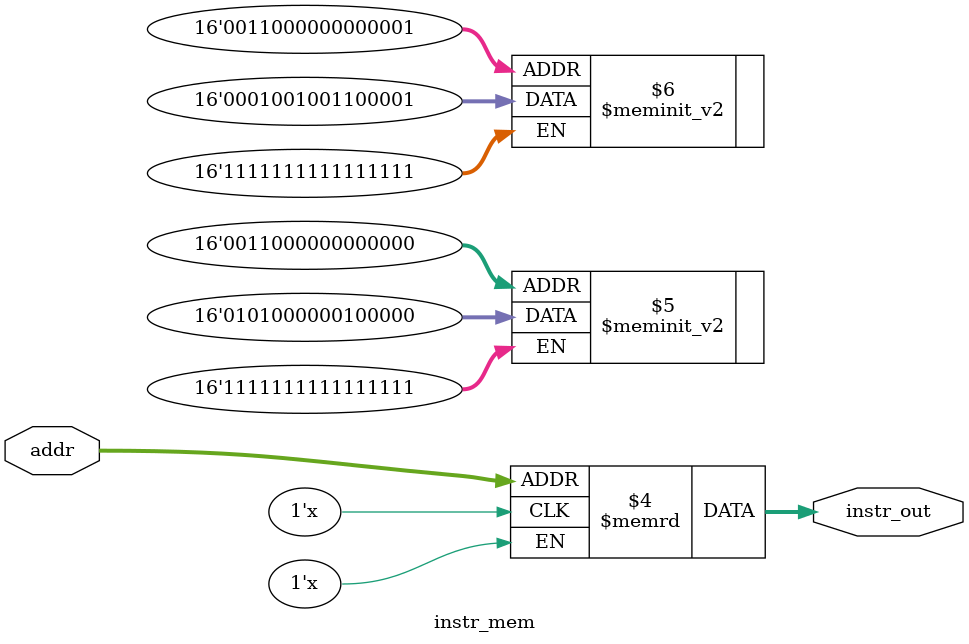
<source format=v>
`timescale 1ns / 1ps

module instr_mem(
    input [15:0] addr,
    output reg [15:0] instr_out = 16'h0000
    );
    
    reg [15:0] memory_array [0:65535];
    
    initial begin
        // Add instructions here
        // Example instructions:
        memory_array[16'h3000] = 16'b0101_000_000_1_00000; // AND R0, R0, #0
        memory_array[16'h3001] = 16'b0001_001_001_1_00001; // ADD R1, R1, #1
    end
    
    always@ (*) begin
        instr_out = memory_array[addr];
    end
    
endmodule
</source>
